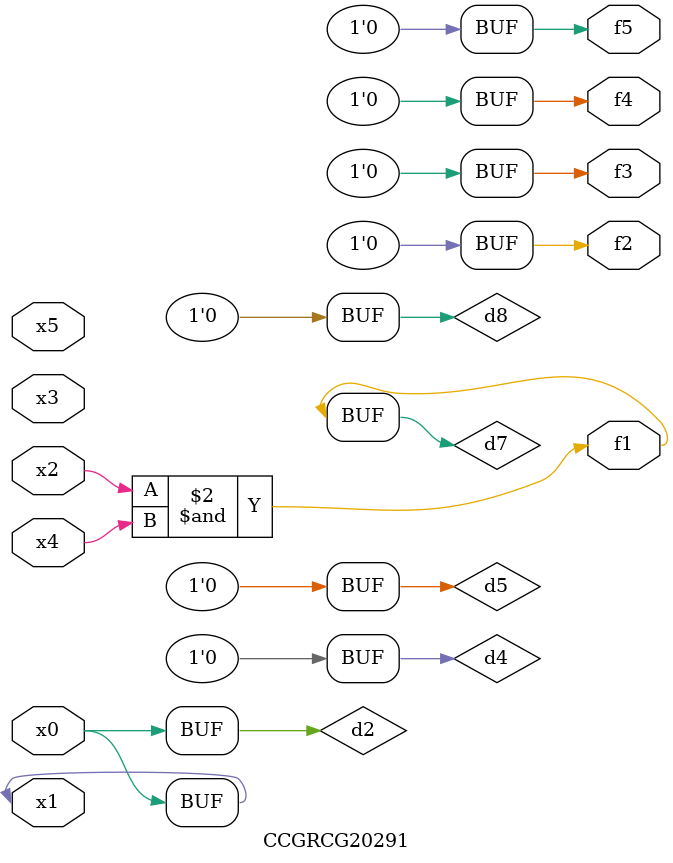
<source format=v>
module CCGRCG20291(
	input x0, x1, x2, x3, x4, x5,
	output f1, f2, f3, f4, f5
);

	wire d1, d2, d3, d4, d5, d6, d7, d8, d9;

	nand (d1, x1);
	buf (d2, x0, x1);
	nand (d3, x2, x4);
	and (d4, d1, d2);
	and (d5, d1, d2);
	nand (d6, d1, d3);
	not (d7, d3);
	xor (d8, d5);
	nor (d9, d5, d6);
	assign f1 = d7;
	assign f2 = d8;
	assign f3 = d8;
	assign f4 = d8;
	assign f5 = d8;
endmodule

</source>
